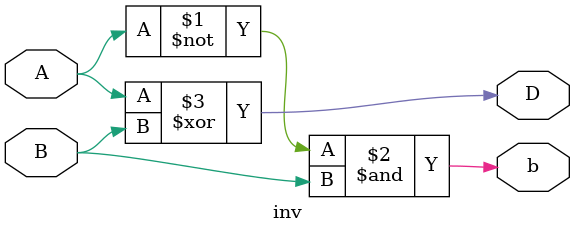
<source format=v>
`timescale 1ns / 1ps

module inv(A, B, D, b);
input A, B;
output D, b;

assign b = (~A)&B;
assign D = A^B;
endmodule

</source>
